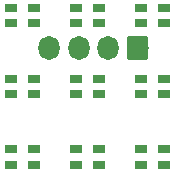
<source format=gbr>
G04 #@! TF.GenerationSoftware,KiCad,Pcbnew,(5.0.0)*
G04 #@! TF.CreationDate,2020-07-01T14:31:39-04:00*
G04 #@! TF.ProjectId,status_leds,7374617475735F6C6564732E6B696361,rev?*
G04 #@! TF.SameCoordinates,Original*
G04 #@! TF.FileFunction,Soldermask,Top*
G04 #@! TF.FilePolarity,Negative*
%FSLAX46Y46*%
G04 Gerber Fmt 4.6, Leading zero omitted, Abs format (unit mm)*
G04 Created by KiCad (PCBNEW (5.0.0)) date 07/01/20 14:31:39*
%MOMM*%
%LPD*%
G01*
G04 APERTURE LIST*
%ADD10O,1.800000X2.050000*%
%ADD11C,0.100000*%
%ADD12C,1.800000*%
%ADD13R,1.100000X0.700000*%
G04 APERTURE END LIST*
D10*
G04 #@! TO.C,J1*
X100250000Y-65250000D03*
X102750000Y-65250000D03*
X105250000Y-65250000D03*
D11*
G36*
X108411240Y-64226275D02*
X108436936Y-64230086D01*
X108462134Y-64236398D01*
X108486593Y-64245150D01*
X108510076Y-64256256D01*
X108532357Y-64269611D01*
X108553222Y-64285085D01*
X108572469Y-64302531D01*
X108589915Y-64321778D01*
X108605389Y-64342643D01*
X108618744Y-64364924D01*
X108629850Y-64388407D01*
X108638602Y-64412866D01*
X108644914Y-64438064D01*
X108648725Y-64463760D01*
X108650000Y-64489706D01*
X108650000Y-66010294D01*
X108648725Y-66036240D01*
X108644914Y-66061936D01*
X108638602Y-66087134D01*
X108629850Y-66111593D01*
X108618744Y-66135076D01*
X108605389Y-66157357D01*
X108589915Y-66178222D01*
X108572469Y-66197469D01*
X108553222Y-66214915D01*
X108532357Y-66230389D01*
X108510076Y-66243744D01*
X108486593Y-66254850D01*
X108462134Y-66263602D01*
X108436936Y-66269914D01*
X108411240Y-66273725D01*
X108385294Y-66275000D01*
X107114706Y-66275000D01*
X107088760Y-66273725D01*
X107063064Y-66269914D01*
X107037866Y-66263602D01*
X107013407Y-66254850D01*
X106989924Y-66243744D01*
X106967643Y-66230389D01*
X106946778Y-66214915D01*
X106927531Y-66197469D01*
X106910085Y-66178222D01*
X106894611Y-66157357D01*
X106881256Y-66135076D01*
X106870150Y-66111593D01*
X106861398Y-66087134D01*
X106855086Y-66061936D01*
X106851275Y-66036240D01*
X106850000Y-66010294D01*
X106850000Y-64489706D01*
X106851275Y-64463760D01*
X106855086Y-64438064D01*
X106861398Y-64412866D01*
X106870150Y-64388407D01*
X106881256Y-64364924D01*
X106894611Y-64342643D01*
X106910085Y-64321778D01*
X106927531Y-64302531D01*
X106946778Y-64285085D01*
X106967643Y-64269611D01*
X106989924Y-64256256D01*
X107013407Y-64245150D01*
X107037866Y-64236398D01*
X107063064Y-64230086D01*
X107088760Y-64226275D01*
X107114706Y-64225000D01*
X108385294Y-64225000D01*
X108411240Y-64226275D01*
X108411240Y-64226275D01*
G37*
D12*
X107750000Y-65250000D03*
G04 #@! TD*
D13*
G04 #@! TO.C,D9*
X110000000Y-75150000D03*
X110000000Y-73850000D03*
X108000000Y-75150000D03*
X108000000Y-73850000D03*
G04 #@! TD*
G04 #@! TO.C,D8*
X110000000Y-69150000D03*
X110000000Y-67850000D03*
X108000000Y-69150000D03*
X108000000Y-67850000D03*
G04 #@! TD*
G04 #@! TO.C,D7*
X110000000Y-63150000D03*
X110000000Y-61850000D03*
X108000000Y-63150000D03*
X108000000Y-61850000D03*
G04 #@! TD*
G04 #@! TO.C,D6*
X102500000Y-61850000D03*
X102500000Y-63150000D03*
X104500000Y-61850000D03*
X104500000Y-63150000D03*
G04 #@! TD*
G04 #@! TO.C,D5*
X102500000Y-67850000D03*
X102500000Y-69150000D03*
X104500000Y-67850000D03*
X104500000Y-69150000D03*
G04 #@! TD*
G04 #@! TO.C,D4*
X102500000Y-73850000D03*
X102500000Y-75150000D03*
X104500000Y-73850000D03*
X104500000Y-75150000D03*
G04 #@! TD*
G04 #@! TO.C,D3*
X99000000Y-75150000D03*
X99000000Y-73850000D03*
X97000000Y-75150000D03*
X97000000Y-73850000D03*
G04 #@! TD*
G04 #@! TO.C,D2*
X99000000Y-69150000D03*
X99000000Y-67850000D03*
X97000000Y-69150000D03*
X97000000Y-67850000D03*
G04 #@! TD*
G04 #@! TO.C,D1*
X99000000Y-63150000D03*
X99000000Y-61850000D03*
X97000000Y-63150000D03*
X97000000Y-61850000D03*
G04 #@! TD*
M02*

</source>
